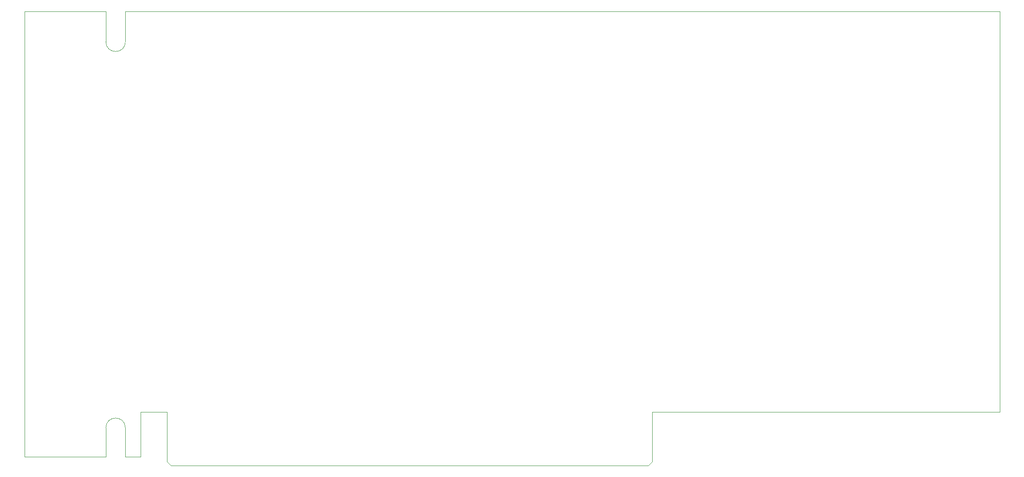
<source format=gbr>
G04 #@! TF.GenerationSoftware,KiCad,Pcbnew,(6.0.6)*
G04 #@! TF.CreationDate,2022-07-16T18:53:49+09:00*
G04 #@! TF.ProjectId,S1_FM_OPNA,53315f46-4d5f-44f5-904e-412e6b696361,0.1.4*
G04 #@! TF.SameCoordinates,PX22a3ad0PY8f85f18*
G04 #@! TF.FileFunction,Profile,NP*
%FSLAX46Y46*%
G04 Gerber Fmt 4.6, Leading zero omitted, Abs format (unit mm)*
G04 Created by KiCad (PCBNEW (6.0.6)) date 2022-07-16 18:53:49*
%MOMM*%
%LPD*%
G01*
G04 APERTURE LIST*
G04 #@! TA.AperFunction,Profile*
%ADD10C,0.100000*%
G04 #@! TD*
G04 APERTURE END LIST*
D10*
X187833000Y87503000D02*
X187833000Y10287000D01*
X19405600Y7239000D02*
G75*
G03*
X15646400Y7239000I-1879600J0D01*
G01*
X187833000Y10287000D02*
X120904000Y10287000D01*
X15646400Y81661000D02*
X15646400Y87503000D01*
X22352000Y1651000D02*
X19405600Y1651000D01*
X19405600Y7239000D02*
X19405600Y1651000D01*
X22352000Y10287000D02*
X22352000Y1651000D01*
X28194000Y0D02*
X27432000Y762000D01*
X120142000Y0D02*
X28194000Y0D01*
X19405600Y81661000D02*
X19405600Y87503000D01*
X15646400Y1651000D02*
X0Y1651000D01*
X0Y87503000D02*
X15646400Y87503000D01*
X27432000Y10287000D02*
X22352000Y10287000D01*
X120904000Y762000D02*
X120142000Y0D01*
X19405600Y87503000D02*
X187833000Y87503000D01*
X27432000Y762000D02*
X27432000Y10287000D01*
X120904000Y10287000D02*
X120904000Y762000D01*
X15646400Y7239000D02*
X15646400Y1651000D01*
X0Y1651000D02*
X0Y87503000D01*
X15646400Y81661000D02*
G75*
G03*
X19405600Y81661000I1879600J0D01*
G01*
M02*

</source>
